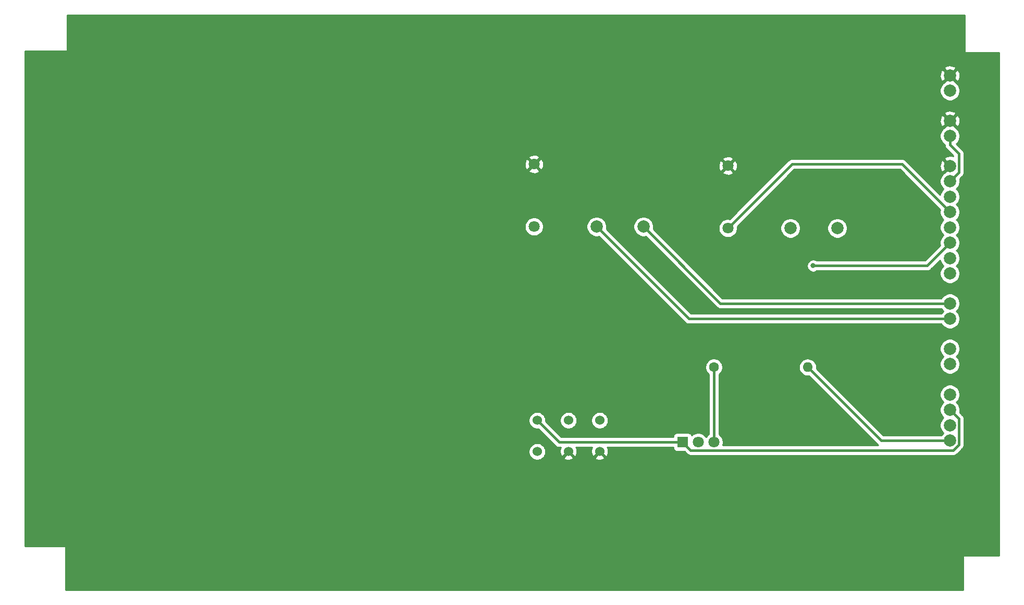
<source format=gbr>
G04 #@! TF.GenerationSoftware,KiCad,Pcbnew,(5.1.4)-1*
G04 #@! TF.CreationDate,2019-09-08T23:28:34+01:00*
G04 #@! TF.ProjectId,orionBoard,6f72696f-6e42-46f6-9172-642e6b696361,rev?*
G04 #@! TF.SameCoordinates,Original*
G04 #@! TF.FileFunction,Copper,L1,Top*
G04 #@! TF.FilePolarity,Positive*
%FSLAX46Y46*%
G04 Gerber Fmt 4.6, Leading zero omitted, Abs format (unit mm)*
G04 Created by KiCad (PCBNEW (5.1.4)-1) date 2019-09-08 23:28:34*
%MOMM*%
%LPD*%
G04 APERTURE LIST*
%ADD10C,1.524000*%
%ADD11C,2.000000*%
%ADD12C,1.600000*%
%ADD13O,1.600000X1.600000*%
%ADD14C,1.800000*%
%ADD15R,1.800000X1.800000*%
%ADD16C,0.800000*%
%ADD17C,0.450000*%
%ADD18C,0.254000*%
G04 APERTURE END LIST*
D10*
X139154000Y-119276000D03*
X144234000Y-119276000D03*
X149314000Y-119276000D03*
X149314000Y-114196000D03*
X144234000Y-114196000D03*
X139154000Y-114196000D03*
D11*
X206210000Y-60602000D03*
X206210000Y-58102000D03*
X206210000Y-65468000D03*
X206210000Y-67968000D03*
X206210000Y-90320000D03*
X206210000Y-87820000D03*
X206210000Y-85320000D03*
X206210000Y-82820000D03*
X206210000Y-80320000D03*
X206210000Y-75320000D03*
X206210000Y-72820000D03*
X206210000Y-77820000D03*
X206210000Y-97686000D03*
X206210000Y-95186000D03*
X206210000Y-102552000D03*
X206210000Y-105052000D03*
X206210000Y-117498000D03*
X206210000Y-114998000D03*
X206210000Y-112498000D03*
X206210000Y-109998000D03*
D12*
X167856000Y-105560000D03*
D13*
X183096000Y-105560000D03*
D14*
X167856000Y-117752000D03*
X165316000Y-117752000D03*
D15*
X162776000Y-117752000D03*
D14*
X138646000Y-72540000D03*
X138646000Y-82700000D03*
D11*
X148806000Y-82700000D03*
X156426000Y-82700000D03*
X187922000Y-82954000D03*
X180302000Y-82954000D03*
D14*
X170142000Y-82954000D03*
X170142000Y-72794000D03*
D16*
X183985000Y-89050000D03*
D17*
X163792000Y-97686000D02*
X206210000Y-97686000D01*
X148806000Y-82700000D02*
X163792000Y-97686000D01*
X168912000Y-95186000D02*
X206210000Y-95186000D01*
X168912000Y-95186000D02*
X156426000Y-82700000D01*
X198430000Y-72540000D02*
X206210000Y-80320000D01*
X180556000Y-72540000D02*
X170142000Y-82954000D01*
X198430000Y-72540000D02*
X180556000Y-72540000D01*
X202480000Y-89050000D02*
X206210000Y-85320000D01*
X183985000Y-89050000D02*
X202480000Y-89050000D01*
X142710000Y-117752000D02*
X139154000Y-114196000D01*
X162776000Y-117752000D02*
X142710000Y-117752000D01*
X207209999Y-113497999D02*
X206210000Y-112498000D01*
X207635001Y-113923001D02*
X207209999Y-113497999D01*
X207635001Y-118182001D02*
X207635001Y-113923001D01*
X206740001Y-119077001D02*
X207635001Y-118182001D01*
X164101001Y-119077001D02*
X206740001Y-119077001D01*
X162776000Y-117752000D02*
X164101001Y-119077001D01*
X207209999Y-74320001D02*
X206210000Y-75320000D01*
X207635001Y-73894999D02*
X207209999Y-74320001D01*
X207635001Y-70807214D02*
X207635001Y-73894999D01*
X206210000Y-69382213D02*
X207635001Y-70807214D01*
X206210000Y-67968000D02*
X206210000Y-69382213D01*
X195034000Y-117498000D02*
X206210000Y-117498000D01*
X183096000Y-105560000D02*
X195034000Y-117498000D01*
X167856000Y-106691370D02*
X167856000Y-117752000D01*
X167856000Y-105560000D02*
X167856000Y-106691370D01*
D18*
G36*
X208623000Y-54252000D02*
G01*
X208625440Y-54276776D01*
X208632667Y-54300601D01*
X208644403Y-54322557D01*
X208660197Y-54341803D01*
X208679443Y-54357597D01*
X208701399Y-54369333D01*
X208725224Y-54376560D01*
X208750000Y-54379000D01*
X214211000Y-54379000D01*
X214211000Y-136167000D01*
X208496000Y-136167000D01*
X208471224Y-136169440D01*
X208447399Y-136176667D01*
X208425443Y-136188403D01*
X208406197Y-136204197D01*
X208390403Y-136223443D01*
X208378667Y-136245399D01*
X208371440Y-136269224D01*
X208369000Y-136294000D01*
X208369000Y-141755000D01*
X62573000Y-141755000D01*
X62573000Y-134770000D01*
X62570560Y-134745224D01*
X62563333Y-134721399D01*
X62551597Y-134699443D01*
X62535803Y-134680197D01*
X62516557Y-134664403D01*
X62494601Y-134652667D01*
X62470776Y-134645440D01*
X62446000Y-134643000D01*
X55969000Y-134643000D01*
X55969000Y-119138408D01*
X137757000Y-119138408D01*
X137757000Y-119413592D01*
X137810686Y-119683490D01*
X137915995Y-119937727D01*
X138068880Y-120166535D01*
X138263465Y-120361120D01*
X138492273Y-120514005D01*
X138746510Y-120619314D01*
X139016408Y-120673000D01*
X139291592Y-120673000D01*
X139561490Y-120619314D01*
X139815727Y-120514005D01*
X140044535Y-120361120D01*
X140164090Y-120241565D01*
X143448040Y-120241565D01*
X143515020Y-120481656D01*
X143764048Y-120598756D01*
X144031135Y-120665023D01*
X144306017Y-120677910D01*
X144578133Y-120636922D01*
X144837023Y-120543636D01*
X144952980Y-120481656D01*
X145019960Y-120241565D01*
X148528040Y-120241565D01*
X148595020Y-120481656D01*
X148844048Y-120598756D01*
X149111135Y-120665023D01*
X149386017Y-120677910D01*
X149658133Y-120636922D01*
X149917023Y-120543636D01*
X150032980Y-120481656D01*
X150099960Y-120241565D01*
X149314000Y-119455605D01*
X148528040Y-120241565D01*
X145019960Y-120241565D01*
X144234000Y-119455605D01*
X143448040Y-120241565D01*
X140164090Y-120241565D01*
X140239120Y-120166535D01*
X140392005Y-119937727D01*
X140497314Y-119683490D01*
X140551000Y-119413592D01*
X140551000Y-119138408D01*
X140497314Y-118868510D01*
X140392005Y-118614273D01*
X140239120Y-118385465D01*
X140044535Y-118190880D01*
X139815727Y-118037995D01*
X139561490Y-117932686D01*
X139291592Y-117879000D01*
X139016408Y-117879000D01*
X138746510Y-117932686D01*
X138492273Y-118037995D01*
X138263465Y-118190880D01*
X138068880Y-118385465D01*
X137915995Y-118614273D01*
X137810686Y-118868510D01*
X137757000Y-119138408D01*
X55969000Y-119138408D01*
X55969000Y-114058408D01*
X137757000Y-114058408D01*
X137757000Y-114333592D01*
X137810686Y-114603490D01*
X137915995Y-114857727D01*
X138068880Y-115086535D01*
X138263465Y-115281120D01*
X138492273Y-115434005D01*
X138746510Y-115539314D01*
X139016408Y-115593000D01*
X139291592Y-115593000D01*
X139327612Y-115585835D01*
X142072012Y-118330235D01*
X142098946Y-118363054D01*
X142229898Y-118470524D01*
X142379300Y-118550381D01*
X142465950Y-118576665D01*
X142541409Y-118599556D01*
X142572538Y-118602622D01*
X142667754Y-118612000D01*
X142667760Y-118612000D01*
X142709999Y-118616160D01*
X142752238Y-118612000D01*
X143002491Y-118612000D01*
X142911244Y-118806048D01*
X142844977Y-119073135D01*
X142832090Y-119348017D01*
X142873078Y-119620133D01*
X142966364Y-119879023D01*
X143028344Y-119994980D01*
X143268435Y-120061960D01*
X144054395Y-119276000D01*
X144040253Y-119261858D01*
X144219858Y-119082253D01*
X144234000Y-119096395D01*
X144248143Y-119082253D01*
X144427748Y-119261858D01*
X144413605Y-119276000D01*
X145199565Y-120061960D01*
X145439656Y-119994980D01*
X145556756Y-119745952D01*
X145623023Y-119478865D01*
X145635910Y-119203983D01*
X145594922Y-118931867D01*
X145501636Y-118672977D01*
X145469043Y-118612000D01*
X148082491Y-118612000D01*
X147991244Y-118806048D01*
X147924977Y-119073135D01*
X147912090Y-119348017D01*
X147953078Y-119620133D01*
X148046364Y-119879023D01*
X148108344Y-119994980D01*
X148348435Y-120061960D01*
X149134395Y-119276000D01*
X149120253Y-119261858D01*
X149299858Y-119082253D01*
X149314000Y-119096395D01*
X149328143Y-119082253D01*
X149507748Y-119261858D01*
X149493605Y-119276000D01*
X150279565Y-120061960D01*
X150519656Y-119994980D01*
X150636756Y-119745952D01*
X150703023Y-119478865D01*
X150715910Y-119203983D01*
X150674922Y-118931867D01*
X150581636Y-118672977D01*
X150549043Y-118612000D01*
X161237928Y-118612000D01*
X161237928Y-118652000D01*
X161250188Y-118776482D01*
X161286498Y-118896180D01*
X161345463Y-119006494D01*
X161424815Y-119103185D01*
X161521506Y-119182537D01*
X161631820Y-119241502D01*
X161751518Y-119277812D01*
X161876000Y-119290072D01*
X163097849Y-119290072D01*
X163463013Y-119655236D01*
X163489947Y-119688055D01*
X163620899Y-119795525D01*
X163770301Y-119875382D01*
X163856951Y-119901666D01*
X163932410Y-119924557D01*
X163963539Y-119927623D01*
X164058755Y-119937001D01*
X164058761Y-119937001D01*
X164101000Y-119941161D01*
X164143239Y-119937001D01*
X206697762Y-119937001D01*
X206740001Y-119941161D01*
X206782240Y-119937001D01*
X206782247Y-119937001D01*
X206908590Y-119924557D01*
X207070701Y-119875382D01*
X207220103Y-119795525D01*
X207351055Y-119688055D01*
X207377989Y-119655236D01*
X208213243Y-118819983D01*
X208246055Y-118793055D01*
X208353525Y-118662103D01*
X208433382Y-118512701D01*
X208467640Y-118399766D01*
X208482557Y-118350591D01*
X208487896Y-118296381D01*
X208495001Y-118224247D01*
X208495001Y-118224241D01*
X208499161Y-118182002D01*
X208495001Y-118139763D01*
X208495001Y-113965247D01*
X208499162Y-113923001D01*
X208482557Y-113754411D01*
X208433382Y-113592300D01*
X208402365Y-113534273D01*
X208353525Y-113442899D01*
X208246055Y-113311947D01*
X208213236Y-113285013D01*
X207847988Y-112919765D01*
X207847983Y-112919759D01*
X207802238Y-112874014D01*
X207845000Y-112659033D01*
X207845000Y-112336967D01*
X207782168Y-112021088D01*
X207658918Y-111723537D01*
X207479987Y-111455748D01*
X207272239Y-111248000D01*
X207479987Y-111040252D01*
X207658918Y-110772463D01*
X207782168Y-110474912D01*
X207845000Y-110159033D01*
X207845000Y-109836967D01*
X207782168Y-109521088D01*
X207658918Y-109223537D01*
X207479987Y-108955748D01*
X207252252Y-108728013D01*
X206984463Y-108549082D01*
X206686912Y-108425832D01*
X206371033Y-108363000D01*
X206048967Y-108363000D01*
X205733088Y-108425832D01*
X205435537Y-108549082D01*
X205167748Y-108728013D01*
X204940013Y-108955748D01*
X204761082Y-109223537D01*
X204637832Y-109521088D01*
X204575000Y-109836967D01*
X204575000Y-110159033D01*
X204637832Y-110474912D01*
X204761082Y-110772463D01*
X204940013Y-111040252D01*
X205147761Y-111248000D01*
X204940013Y-111455748D01*
X204761082Y-111723537D01*
X204637832Y-112021088D01*
X204575000Y-112336967D01*
X204575000Y-112659033D01*
X204637832Y-112974912D01*
X204761082Y-113272463D01*
X204940013Y-113540252D01*
X205147761Y-113748000D01*
X204940013Y-113955748D01*
X204761082Y-114223537D01*
X204637832Y-114521088D01*
X204575000Y-114836967D01*
X204575000Y-115159033D01*
X204637832Y-115474912D01*
X204761082Y-115772463D01*
X204940013Y-116040252D01*
X205147761Y-116248000D01*
X204940013Y-116455748D01*
X204818236Y-116638000D01*
X195390224Y-116638000D01*
X184517704Y-105765481D01*
X184537943Y-105560000D01*
X184510236Y-105278691D01*
X184428182Y-105008192D01*
X184294932Y-104758899D01*
X184115608Y-104540392D01*
X183897101Y-104361068D01*
X183647808Y-104227818D01*
X183377309Y-104145764D01*
X183166492Y-104125000D01*
X183025508Y-104125000D01*
X182814691Y-104145764D01*
X182544192Y-104227818D01*
X182294899Y-104361068D01*
X182076392Y-104540392D01*
X181897068Y-104758899D01*
X181763818Y-105008192D01*
X181681764Y-105278691D01*
X181654057Y-105560000D01*
X181681764Y-105841309D01*
X181763818Y-106111808D01*
X181897068Y-106361101D01*
X182076392Y-106579608D01*
X182294899Y-106758932D01*
X182544192Y-106892182D01*
X182814691Y-106974236D01*
X183025508Y-106995000D01*
X183166492Y-106995000D01*
X183301481Y-106981704D01*
X194396017Y-118076241D01*
X194422946Y-118109054D01*
X194553898Y-118216524D01*
X194554790Y-118217001D01*
X169324862Y-118217001D01*
X169332011Y-118199743D01*
X169391000Y-117903184D01*
X169391000Y-117600816D01*
X169332011Y-117304257D01*
X169216299Y-117024905D01*
X169048312Y-116773495D01*
X168834505Y-116559688D01*
X168716000Y-116480505D01*
X168716000Y-106711226D01*
X168770759Y-106674637D01*
X168970637Y-106474759D01*
X169127680Y-106239727D01*
X169235853Y-105978574D01*
X169291000Y-105701335D01*
X169291000Y-105418665D01*
X169235853Y-105141426D01*
X169127680Y-104880273D01*
X168970637Y-104645241D01*
X168770759Y-104445363D01*
X168535727Y-104288320D01*
X168274574Y-104180147D01*
X167997335Y-104125000D01*
X167714665Y-104125000D01*
X167437426Y-104180147D01*
X167176273Y-104288320D01*
X166941241Y-104445363D01*
X166741363Y-104645241D01*
X166584320Y-104880273D01*
X166476147Y-105141426D01*
X166421000Y-105418665D01*
X166421000Y-105701335D01*
X166476147Y-105978574D01*
X166584320Y-106239727D01*
X166741363Y-106474759D01*
X166941241Y-106674637D01*
X166996000Y-106711226D01*
X166996001Y-116480505D01*
X166877495Y-116559688D01*
X166663688Y-116773495D01*
X166586000Y-116889763D01*
X166508312Y-116773495D01*
X166294505Y-116559688D01*
X166043095Y-116391701D01*
X165763743Y-116275989D01*
X165467184Y-116217000D01*
X165164816Y-116217000D01*
X164868257Y-116275989D01*
X164588905Y-116391701D01*
X164337495Y-116559688D01*
X164271056Y-116626127D01*
X164265502Y-116607820D01*
X164206537Y-116497506D01*
X164127185Y-116400815D01*
X164030494Y-116321463D01*
X163920180Y-116262498D01*
X163800482Y-116226188D01*
X163676000Y-116213928D01*
X161876000Y-116213928D01*
X161751518Y-116226188D01*
X161631820Y-116262498D01*
X161521506Y-116321463D01*
X161424815Y-116400815D01*
X161345463Y-116497506D01*
X161286498Y-116607820D01*
X161250188Y-116727518D01*
X161237928Y-116852000D01*
X161237928Y-116892000D01*
X143066223Y-116892000D01*
X140543835Y-114369612D01*
X140551000Y-114333592D01*
X140551000Y-114058408D01*
X142837000Y-114058408D01*
X142837000Y-114333592D01*
X142890686Y-114603490D01*
X142995995Y-114857727D01*
X143148880Y-115086535D01*
X143343465Y-115281120D01*
X143572273Y-115434005D01*
X143826510Y-115539314D01*
X144096408Y-115593000D01*
X144371592Y-115593000D01*
X144641490Y-115539314D01*
X144895727Y-115434005D01*
X145124535Y-115281120D01*
X145319120Y-115086535D01*
X145472005Y-114857727D01*
X145577314Y-114603490D01*
X145631000Y-114333592D01*
X145631000Y-114058408D01*
X147917000Y-114058408D01*
X147917000Y-114333592D01*
X147970686Y-114603490D01*
X148075995Y-114857727D01*
X148228880Y-115086535D01*
X148423465Y-115281120D01*
X148652273Y-115434005D01*
X148906510Y-115539314D01*
X149176408Y-115593000D01*
X149451592Y-115593000D01*
X149721490Y-115539314D01*
X149975727Y-115434005D01*
X150204535Y-115281120D01*
X150399120Y-115086535D01*
X150552005Y-114857727D01*
X150657314Y-114603490D01*
X150711000Y-114333592D01*
X150711000Y-114058408D01*
X150657314Y-113788510D01*
X150552005Y-113534273D01*
X150399120Y-113305465D01*
X150204535Y-113110880D01*
X149975727Y-112957995D01*
X149721490Y-112852686D01*
X149451592Y-112799000D01*
X149176408Y-112799000D01*
X148906510Y-112852686D01*
X148652273Y-112957995D01*
X148423465Y-113110880D01*
X148228880Y-113305465D01*
X148075995Y-113534273D01*
X147970686Y-113788510D01*
X147917000Y-114058408D01*
X145631000Y-114058408D01*
X145577314Y-113788510D01*
X145472005Y-113534273D01*
X145319120Y-113305465D01*
X145124535Y-113110880D01*
X144895727Y-112957995D01*
X144641490Y-112852686D01*
X144371592Y-112799000D01*
X144096408Y-112799000D01*
X143826510Y-112852686D01*
X143572273Y-112957995D01*
X143343465Y-113110880D01*
X143148880Y-113305465D01*
X142995995Y-113534273D01*
X142890686Y-113788510D01*
X142837000Y-114058408D01*
X140551000Y-114058408D01*
X140497314Y-113788510D01*
X140392005Y-113534273D01*
X140239120Y-113305465D01*
X140044535Y-113110880D01*
X139815727Y-112957995D01*
X139561490Y-112852686D01*
X139291592Y-112799000D01*
X139016408Y-112799000D01*
X138746510Y-112852686D01*
X138492273Y-112957995D01*
X138263465Y-113110880D01*
X138068880Y-113305465D01*
X137915995Y-113534273D01*
X137810686Y-113788510D01*
X137757000Y-114058408D01*
X55969000Y-114058408D01*
X55969000Y-102390967D01*
X204575000Y-102390967D01*
X204575000Y-102713033D01*
X204637832Y-103028912D01*
X204761082Y-103326463D01*
X204940013Y-103594252D01*
X205147761Y-103802000D01*
X204940013Y-104009748D01*
X204761082Y-104277537D01*
X204637832Y-104575088D01*
X204575000Y-104890967D01*
X204575000Y-105213033D01*
X204637832Y-105528912D01*
X204761082Y-105826463D01*
X204940013Y-106094252D01*
X205167748Y-106321987D01*
X205435537Y-106500918D01*
X205733088Y-106624168D01*
X206048967Y-106687000D01*
X206371033Y-106687000D01*
X206686912Y-106624168D01*
X206984463Y-106500918D01*
X207252252Y-106321987D01*
X207479987Y-106094252D01*
X207658918Y-105826463D01*
X207782168Y-105528912D01*
X207845000Y-105213033D01*
X207845000Y-104890967D01*
X207782168Y-104575088D01*
X207658918Y-104277537D01*
X207479987Y-104009748D01*
X207272239Y-103802000D01*
X207479987Y-103594252D01*
X207658918Y-103326463D01*
X207782168Y-103028912D01*
X207845000Y-102713033D01*
X207845000Y-102390967D01*
X207782168Y-102075088D01*
X207658918Y-101777537D01*
X207479987Y-101509748D01*
X207252252Y-101282013D01*
X206984463Y-101103082D01*
X206686912Y-100979832D01*
X206371033Y-100917000D01*
X206048967Y-100917000D01*
X205733088Y-100979832D01*
X205435537Y-101103082D01*
X205167748Y-101282013D01*
X204940013Y-101509748D01*
X204761082Y-101777537D01*
X204637832Y-102075088D01*
X204575000Y-102390967D01*
X55969000Y-102390967D01*
X55969000Y-82548816D01*
X137111000Y-82548816D01*
X137111000Y-82851184D01*
X137169989Y-83147743D01*
X137285701Y-83427095D01*
X137453688Y-83678505D01*
X137667495Y-83892312D01*
X137918905Y-84060299D01*
X138198257Y-84176011D01*
X138494816Y-84235000D01*
X138797184Y-84235000D01*
X139093743Y-84176011D01*
X139373095Y-84060299D01*
X139624505Y-83892312D01*
X139838312Y-83678505D01*
X140006299Y-83427095D01*
X140122011Y-83147743D01*
X140181000Y-82851184D01*
X140181000Y-82548816D01*
X140179041Y-82538967D01*
X147171000Y-82538967D01*
X147171000Y-82861033D01*
X147233832Y-83176912D01*
X147357082Y-83474463D01*
X147536013Y-83742252D01*
X147763748Y-83969987D01*
X148031537Y-84148918D01*
X148329088Y-84272168D01*
X148644967Y-84335000D01*
X148967033Y-84335000D01*
X149182015Y-84292238D01*
X163154012Y-98264235D01*
X163180946Y-98297054D01*
X163311898Y-98404524D01*
X163461300Y-98484381D01*
X163547950Y-98510665D01*
X163623409Y-98533556D01*
X163654538Y-98536622D01*
X163749754Y-98546000D01*
X163749760Y-98546000D01*
X163791999Y-98550160D01*
X163834238Y-98546000D01*
X204818236Y-98546000D01*
X204940013Y-98728252D01*
X205167748Y-98955987D01*
X205435537Y-99134918D01*
X205733088Y-99258168D01*
X206048967Y-99321000D01*
X206371033Y-99321000D01*
X206686912Y-99258168D01*
X206984463Y-99134918D01*
X207252252Y-98955987D01*
X207479987Y-98728252D01*
X207658918Y-98460463D01*
X207782168Y-98162912D01*
X207845000Y-97847033D01*
X207845000Y-97524967D01*
X207782168Y-97209088D01*
X207658918Y-96911537D01*
X207479987Y-96643748D01*
X207272239Y-96436000D01*
X207479987Y-96228252D01*
X207658918Y-95960463D01*
X207782168Y-95662912D01*
X207845000Y-95347033D01*
X207845000Y-95024967D01*
X207782168Y-94709088D01*
X207658918Y-94411537D01*
X207479987Y-94143748D01*
X207252252Y-93916013D01*
X206984463Y-93737082D01*
X206686912Y-93613832D01*
X206371033Y-93551000D01*
X206048967Y-93551000D01*
X205733088Y-93613832D01*
X205435537Y-93737082D01*
X205167748Y-93916013D01*
X204940013Y-94143748D01*
X204818236Y-94326000D01*
X169268224Y-94326000D01*
X158018238Y-83076015D01*
X158061000Y-82861033D01*
X158061000Y-82802816D01*
X168607000Y-82802816D01*
X168607000Y-83105184D01*
X168665989Y-83401743D01*
X168781701Y-83681095D01*
X168949688Y-83932505D01*
X169163495Y-84146312D01*
X169414905Y-84314299D01*
X169694257Y-84430011D01*
X169990816Y-84489000D01*
X170293184Y-84489000D01*
X170589743Y-84430011D01*
X170869095Y-84314299D01*
X171120505Y-84146312D01*
X171334312Y-83932505D01*
X171502299Y-83681095D01*
X171618011Y-83401743D01*
X171677000Y-83105184D01*
X171677000Y-82802816D01*
X171675041Y-82792967D01*
X178667000Y-82792967D01*
X178667000Y-83115033D01*
X178729832Y-83430912D01*
X178853082Y-83728463D01*
X179032013Y-83996252D01*
X179259748Y-84223987D01*
X179527537Y-84402918D01*
X179825088Y-84526168D01*
X180140967Y-84589000D01*
X180463033Y-84589000D01*
X180778912Y-84526168D01*
X181076463Y-84402918D01*
X181344252Y-84223987D01*
X181571987Y-83996252D01*
X181750918Y-83728463D01*
X181874168Y-83430912D01*
X181937000Y-83115033D01*
X181937000Y-82792967D01*
X186287000Y-82792967D01*
X186287000Y-83115033D01*
X186349832Y-83430912D01*
X186473082Y-83728463D01*
X186652013Y-83996252D01*
X186879748Y-84223987D01*
X187147537Y-84402918D01*
X187445088Y-84526168D01*
X187760967Y-84589000D01*
X188083033Y-84589000D01*
X188398912Y-84526168D01*
X188696463Y-84402918D01*
X188964252Y-84223987D01*
X189191987Y-83996252D01*
X189370918Y-83728463D01*
X189494168Y-83430912D01*
X189557000Y-83115033D01*
X189557000Y-82792967D01*
X189494168Y-82477088D01*
X189370918Y-82179537D01*
X189191987Y-81911748D01*
X188964252Y-81684013D01*
X188696463Y-81505082D01*
X188398912Y-81381832D01*
X188083033Y-81319000D01*
X187760967Y-81319000D01*
X187445088Y-81381832D01*
X187147537Y-81505082D01*
X186879748Y-81684013D01*
X186652013Y-81911748D01*
X186473082Y-82179537D01*
X186349832Y-82477088D01*
X186287000Y-82792967D01*
X181937000Y-82792967D01*
X181874168Y-82477088D01*
X181750918Y-82179537D01*
X181571987Y-81911748D01*
X181344252Y-81684013D01*
X181076463Y-81505082D01*
X180778912Y-81381832D01*
X180463033Y-81319000D01*
X180140967Y-81319000D01*
X179825088Y-81381832D01*
X179527537Y-81505082D01*
X179259748Y-81684013D01*
X179032013Y-81911748D01*
X178853082Y-82179537D01*
X178729832Y-82477088D01*
X178667000Y-82792967D01*
X171675041Y-82792967D01*
X171649195Y-82663028D01*
X180912224Y-73400000D01*
X198073777Y-73400000D01*
X204617762Y-79943986D01*
X204575000Y-80158967D01*
X204575000Y-80481033D01*
X204637832Y-80796912D01*
X204761082Y-81094463D01*
X204940013Y-81362252D01*
X205147761Y-81570000D01*
X204940013Y-81777748D01*
X204761082Y-82045537D01*
X204637832Y-82343088D01*
X204575000Y-82658967D01*
X204575000Y-82981033D01*
X204637832Y-83296912D01*
X204761082Y-83594463D01*
X204940013Y-83862252D01*
X205147761Y-84070000D01*
X204940013Y-84277748D01*
X204761082Y-84545537D01*
X204637832Y-84843088D01*
X204575000Y-85158967D01*
X204575000Y-85481033D01*
X204617762Y-85696014D01*
X202123777Y-88190000D01*
X184560870Y-88190000D01*
X184475256Y-88132795D01*
X184286898Y-88054774D01*
X184086939Y-88015000D01*
X183883061Y-88015000D01*
X183683102Y-88054774D01*
X183494744Y-88132795D01*
X183325226Y-88246063D01*
X183181063Y-88390226D01*
X183067795Y-88559744D01*
X182989774Y-88748102D01*
X182950000Y-88948061D01*
X182950000Y-89151939D01*
X182989774Y-89351898D01*
X183067795Y-89540256D01*
X183181063Y-89709774D01*
X183325226Y-89853937D01*
X183494744Y-89967205D01*
X183683102Y-90045226D01*
X183883061Y-90085000D01*
X184086939Y-90085000D01*
X184286898Y-90045226D01*
X184475256Y-89967205D01*
X184560870Y-89910000D01*
X202437761Y-89910000D01*
X202480000Y-89914160D01*
X202522239Y-89910000D01*
X202522246Y-89910000D01*
X202648589Y-89897556D01*
X202810700Y-89848381D01*
X202960102Y-89768524D01*
X203091054Y-89661054D01*
X203117988Y-89628235D01*
X204606555Y-88139669D01*
X204637832Y-88296912D01*
X204761082Y-88594463D01*
X204940013Y-88862252D01*
X205147761Y-89070000D01*
X204940013Y-89277748D01*
X204761082Y-89545537D01*
X204637832Y-89843088D01*
X204575000Y-90158967D01*
X204575000Y-90481033D01*
X204637832Y-90796912D01*
X204761082Y-91094463D01*
X204940013Y-91362252D01*
X205167748Y-91589987D01*
X205435537Y-91768918D01*
X205733088Y-91892168D01*
X206048967Y-91955000D01*
X206371033Y-91955000D01*
X206686912Y-91892168D01*
X206984463Y-91768918D01*
X207252252Y-91589987D01*
X207479987Y-91362252D01*
X207658918Y-91094463D01*
X207782168Y-90796912D01*
X207845000Y-90481033D01*
X207845000Y-90158967D01*
X207782168Y-89843088D01*
X207658918Y-89545537D01*
X207479987Y-89277748D01*
X207272239Y-89070000D01*
X207479987Y-88862252D01*
X207658918Y-88594463D01*
X207782168Y-88296912D01*
X207845000Y-87981033D01*
X207845000Y-87658967D01*
X207782168Y-87343088D01*
X207658918Y-87045537D01*
X207479987Y-86777748D01*
X207272239Y-86570000D01*
X207479987Y-86362252D01*
X207658918Y-86094463D01*
X207782168Y-85796912D01*
X207845000Y-85481033D01*
X207845000Y-85158967D01*
X207782168Y-84843088D01*
X207658918Y-84545537D01*
X207479987Y-84277748D01*
X207272239Y-84070000D01*
X207479987Y-83862252D01*
X207658918Y-83594463D01*
X207782168Y-83296912D01*
X207845000Y-82981033D01*
X207845000Y-82658967D01*
X207782168Y-82343088D01*
X207658918Y-82045537D01*
X207479987Y-81777748D01*
X207272239Y-81570000D01*
X207479987Y-81362252D01*
X207658918Y-81094463D01*
X207782168Y-80796912D01*
X207845000Y-80481033D01*
X207845000Y-80158967D01*
X207782168Y-79843088D01*
X207658918Y-79545537D01*
X207479987Y-79277748D01*
X207272239Y-79070000D01*
X207479987Y-78862252D01*
X207658918Y-78594463D01*
X207782168Y-78296912D01*
X207845000Y-77981033D01*
X207845000Y-77658967D01*
X207782168Y-77343088D01*
X207658918Y-77045537D01*
X207479987Y-76777748D01*
X207272239Y-76570000D01*
X207479987Y-76362252D01*
X207658918Y-76094463D01*
X207782168Y-75796912D01*
X207845000Y-75481033D01*
X207845000Y-75158967D01*
X207802238Y-74943986D01*
X207847983Y-74898241D01*
X207847988Y-74898235D01*
X208213236Y-74532987D01*
X208246055Y-74506053D01*
X208353525Y-74375101D01*
X208424050Y-74243158D01*
X208433382Y-74225700D01*
X208482557Y-74063589D01*
X208499162Y-73894999D01*
X208495001Y-73852753D01*
X208495001Y-70849460D01*
X208499162Y-70807214D01*
X208482557Y-70638624D01*
X208433382Y-70476513D01*
X208405565Y-70424473D01*
X208353525Y-70327112D01*
X208246055Y-70196160D01*
X208213243Y-70169232D01*
X207267125Y-69223114D01*
X207479987Y-69010252D01*
X207658918Y-68742463D01*
X207782168Y-68444912D01*
X207845000Y-68129033D01*
X207845000Y-67806967D01*
X207782168Y-67491088D01*
X207658918Y-67193537D01*
X207479987Y-66925748D01*
X207252252Y-66698013D01*
X207155065Y-66633075D01*
X207165808Y-66603413D01*
X206210000Y-65647605D01*
X205254192Y-66603413D01*
X205264935Y-66633075D01*
X205167748Y-66698013D01*
X204940013Y-66925748D01*
X204761082Y-67193537D01*
X204637832Y-67491088D01*
X204575000Y-67806967D01*
X204575000Y-68129033D01*
X204637832Y-68444912D01*
X204761082Y-68742463D01*
X204940013Y-69010252D01*
X205167748Y-69237987D01*
X205348171Y-69358542D01*
X205345840Y-69382213D01*
X205362444Y-69550802D01*
X205411620Y-69712913D01*
X205491477Y-69862315D01*
X205571365Y-69959658D01*
X205598947Y-69993267D01*
X205631760Y-70020196D01*
X206775001Y-71163438D01*
X206775001Y-71277873D01*
X206468892Y-71197616D01*
X206147405Y-71178282D01*
X205828325Y-71222039D01*
X205523912Y-71327205D01*
X205349956Y-71420186D01*
X205254192Y-71684587D01*
X206210000Y-72640395D01*
X206224143Y-72626253D01*
X206403748Y-72805858D01*
X206389605Y-72820000D01*
X206403748Y-72834143D01*
X206224143Y-73013748D01*
X206210000Y-72999605D01*
X205254192Y-73955413D01*
X205264935Y-73985075D01*
X205167748Y-74050013D01*
X204940013Y-74277748D01*
X204761082Y-74545537D01*
X204637832Y-74843088D01*
X204575000Y-75158967D01*
X204575000Y-75481033D01*
X204637832Y-75796912D01*
X204761082Y-76094463D01*
X204940013Y-76362252D01*
X205147761Y-76570000D01*
X204940013Y-76777748D01*
X204761082Y-77045537D01*
X204637832Y-77343088D01*
X204606555Y-77500331D01*
X199988819Y-72882595D01*
X204568282Y-72882595D01*
X204612039Y-73201675D01*
X204717205Y-73506088D01*
X204810186Y-73680044D01*
X205074587Y-73775808D01*
X206030395Y-72820000D01*
X205074587Y-71864192D01*
X204810186Y-71959956D01*
X204669296Y-72249571D01*
X204587616Y-72561108D01*
X204568282Y-72882595D01*
X199988819Y-72882595D01*
X199067988Y-71961765D01*
X199041054Y-71928946D01*
X198910102Y-71821476D01*
X198760700Y-71741619D01*
X198598589Y-71692444D01*
X198472246Y-71680000D01*
X198472239Y-71680000D01*
X198430000Y-71675840D01*
X198387761Y-71680000D01*
X180598238Y-71680000D01*
X180555999Y-71675840D01*
X180513760Y-71680000D01*
X180513754Y-71680000D01*
X180404558Y-71690755D01*
X180387410Y-71692444D01*
X180338235Y-71707361D01*
X180225300Y-71741619D01*
X180075898Y-71821476D01*
X179944946Y-71928946D01*
X179918017Y-71961759D01*
X170432972Y-81446805D01*
X170293184Y-81419000D01*
X169990816Y-81419000D01*
X169694257Y-81477989D01*
X169414905Y-81593701D01*
X169163495Y-81761688D01*
X168949688Y-81975495D01*
X168781701Y-82226905D01*
X168665989Y-82506257D01*
X168607000Y-82802816D01*
X158061000Y-82802816D01*
X158061000Y-82538967D01*
X157998168Y-82223088D01*
X157874918Y-81925537D01*
X157695987Y-81657748D01*
X157468252Y-81430013D01*
X157200463Y-81251082D01*
X156902912Y-81127832D01*
X156587033Y-81065000D01*
X156264967Y-81065000D01*
X155949088Y-81127832D01*
X155651537Y-81251082D01*
X155383748Y-81430013D01*
X155156013Y-81657748D01*
X154977082Y-81925537D01*
X154853832Y-82223088D01*
X154791000Y-82538967D01*
X154791000Y-82861033D01*
X154853832Y-83176912D01*
X154977082Y-83474463D01*
X155156013Y-83742252D01*
X155383748Y-83969987D01*
X155651537Y-84148918D01*
X155949088Y-84272168D01*
X156264967Y-84335000D01*
X156587033Y-84335000D01*
X156802015Y-84292238D01*
X168274017Y-95764241D01*
X168300946Y-95797054D01*
X168431898Y-95904524D01*
X168529259Y-95956564D01*
X168581299Y-95984381D01*
X168743410Y-96033556D01*
X168912000Y-96050161D01*
X168954246Y-96046000D01*
X204818236Y-96046000D01*
X204940013Y-96228252D01*
X205147761Y-96436000D01*
X204940013Y-96643748D01*
X204818236Y-96826000D01*
X164148223Y-96826000D01*
X150398238Y-83076015D01*
X150441000Y-82861033D01*
X150441000Y-82538967D01*
X150378168Y-82223088D01*
X150254918Y-81925537D01*
X150075987Y-81657748D01*
X149848252Y-81430013D01*
X149580463Y-81251082D01*
X149282912Y-81127832D01*
X148967033Y-81065000D01*
X148644967Y-81065000D01*
X148329088Y-81127832D01*
X148031537Y-81251082D01*
X147763748Y-81430013D01*
X147536013Y-81657748D01*
X147357082Y-81925537D01*
X147233832Y-82223088D01*
X147171000Y-82538967D01*
X140179041Y-82538967D01*
X140122011Y-82252257D01*
X140006299Y-81972905D01*
X139838312Y-81721495D01*
X139624505Y-81507688D01*
X139373095Y-81339701D01*
X139093743Y-81223989D01*
X138797184Y-81165000D01*
X138494816Y-81165000D01*
X138198257Y-81223989D01*
X137918905Y-81339701D01*
X137667495Y-81507688D01*
X137453688Y-81721495D01*
X137285701Y-81972905D01*
X137169989Y-82252257D01*
X137111000Y-82548816D01*
X55969000Y-82548816D01*
X55969000Y-73604080D01*
X137761525Y-73604080D01*
X137845208Y-73858261D01*
X138117775Y-73989158D01*
X138410642Y-74064365D01*
X138712553Y-74080991D01*
X139011907Y-74038397D01*
X139297199Y-73938222D01*
X139446792Y-73858261D01*
X139446851Y-73858080D01*
X169257525Y-73858080D01*
X169341208Y-74112261D01*
X169613775Y-74243158D01*
X169906642Y-74318365D01*
X170208553Y-74334991D01*
X170507907Y-74292397D01*
X170793199Y-74192222D01*
X170942792Y-74112261D01*
X171026475Y-73858080D01*
X170142000Y-72973605D01*
X169257525Y-73858080D01*
X139446851Y-73858080D01*
X139530475Y-73604080D01*
X138646000Y-72719605D01*
X137761525Y-73604080D01*
X55969000Y-73604080D01*
X55969000Y-72606553D01*
X137105009Y-72606553D01*
X137147603Y-72905907D01*
X137247778Y-73191199D01*
X137327739Y-73340792D01*
X137581920Y-73424475D01*
X138466395Y-72540000D01*
X138825605Y-72540000D01*
X139710080Y-73424475D01*
X139964261Y-73340792D01*
X140095158Y-73068225D01*
X140148487Y-72860553D01*
X168601009Y-72860553D01*
X168643603Y-73159907D01*
X168743778Y-73445199D01*
X168823739Y-73594792D01*
X169077920Y-73678475D01*
X169962395Y-72794000D01*
X170321605Y-72794000D01*
X171206080Y-73678475D01*
X171460261Y-73594792D01*
X171591158Y-73322225D01*
X171666365Y-73029358D01*
X171682991Y-72727447D01*
X171640397Y-72428093D01*
X171540222Y-72142801D01*
X171460261Y-71993208D01*
X171206080Y-71909525D01*
X170321605Y-72794000D01*
X169962395Y-72794000D01*
X169077920Y-71909525D01*
X168823739Y-71993208D01*
X168692842Y-72265775D01*
X168617635Y-72558642D01*
X168601009Y-72860553D01*
X140148487Y-72860553D01*
X140170365Y-72775358D01*
X140186991Y-72473447D01*
X140144397Y-72174093D01*
X140044222Y-71888801D01*
X139964261Y-71739208D01*
X139936050Y-71729920D01*
X169257525Y-71729920D01*
X170142000Y-72614395D01*
X171026475Y-71729920D01*
X170942792Y-71475739D01*
X170670225Y-71344842D01*
X170377358Y-71269635D01*
X170075447Y-71253009D01*
X169776093Y-71295603D01*
X169490801Y-71395778D01*
X169341208Y-71475739D01*
X169257525Y-71729920D01*
X139936050Y-71729920D01*
X139710080Y-71655525D01*
X138825605Y-72540000D01*
X138466395Y-72540000D01*
X137581920Y-71655525D01*
X137327739Y-71739208D01*
X137196842Y-72011775D01*
X137121635Y-72304642D01*
X137105009Y-72606553D01*
X55969000Y-72606553D01*
X55969000Y-71475920D01*
X137761525Y-71475920D01*
X138646000Y-72360395D01*
X139530475Y-71475920D01*
X139446792Y-71221739D01*
X139174225Y-71090842D01*
X138881358Y-71015635D01*
X138579447Y-70999009D01*
X138280093Y-71041603D01*
X137994801Y-71141778D01*
X137845208Y-71221739D01*
X137761525Y-71475920D01*
X55969000Y-71475920D01*
X55969000Y-65530595D01*
X204568282Y-65530595D01*
X204612039Y-65849675D01*
X204717205Y-66154088D01*
X204810186Y-66328044D01*
X205074587Y-66423808D01*
X206030395Y-65468000D01*
X206389605Y-65468000D01*
X207345413Y-66423808D01*
X207609814Y-66328044D01*
X207750704Y-66038429D01*
X207832384Y-65726892D01*
X207851718Y-65405405D01*
X207807961Y-65086325D01*
X207702795Y-64781912D01*
X207609814Y-64607956D01*
X207345413Y-64512192D01*
X206389605Y-65468000D01*
X206030395Y-65468000D01*
X205074587Y-64512192D01*
X204810186Y-64607956D01*
X204669296Y-64897571D01*
X204587616Y-65209108D01*
X204568282Y-65530595D01*
X55969000Y-65530595D01*
X55969000Y-64332587D01*
X205254192Y-64332587D01*
X206210000Y-65288395D01*
X207165808Y-64332587D01*
X207070044Y-64068186D01*
X206780429Y-63927296D01*
X206468892Y-63845616D01*
X206147405Y-63826282D01*
X205828325Y-63870039D01*
X205523912Y-63975205D01*
X205349956Y-64068186D01*
X205254192Y-64332587D01*
X55969000Y-64332587D01*
X55969000Y-60440967D01*
X204575000Y-60440967D01*
X204575000Y-60763033D01*
X204637832Y-61078912D01*
X204761082Y-61376463D01*
X204940013Y-61644252D01*
X205167748Y-61871987D01*
X205435537Y-62050918D01*
X205733088Y-62174168D01*
X206048967Y-62237000D01*
X206371033Y-62237000D01*
X206686912Y-62174168D01*
X206984463Y-62050918D01*
X207252252Y-61871987D01*
X207479987Y-61644252D01*
X207658918Y-61376463D01*
X207782168Y-61078912D01*
X207845000Y-60763033D01*
X207845000Y-60440967D01*
X207782168Y-60125088D01*
X207658918Y-59827537D01*
X207479987Y-59559748D01*
X207252252Y-59332013D01*
X207155065Y-59267075D01*
X207165808Y-59237413D01*
X206210000Y-58281605D01*
X205254192Y-59237413D01*
X205264935Y-59267075D01*
X205167748Y-59332013D01*
X204940013Y-59559748D01*
X204761082Y-59827537D01*
X204637832Y-60125088D01*
X204575000Y-60440967D01*
X55969000Y-60440967D01*
X55969000Y-58164595D01*
X204568282Y-58164595D01*
X204612039Y-58483675D01*
X204717205Y-58788088D01*
X204810186Y-58962044D01*
X205074587Y-59057808D01*
X206030395Y-58102000D01*
X206389605Y-58102000D01*
X207345413Y-59057808D01*
X207609814Y-58962044D01*
X207750704Y-58672429D01*
X207832384Y-58360892D01*
X207851718Y-58039405D01*
X207807961Y-57720325D01*
X207702795Y-57415912D01*
X207609814Y-57241956D01*
X207345413Y-57146192D01*
X206389605Y-58102000D01*
X206030395Y-58102000D01*
X205074587Y-57146192D01*
X204810186Y-57241956D01*
X204669296Y-57531571D01*
X204587616Y-57843108D01*
X204568282Y-58164595D01*
X55969000Y-58164595D01*
X55969000Y-56966587D01*
X205254192Y-56966587D01*
X206210000Y-57922395D01*
X207165808Y-56966587D01*
X207070044Y-56702186D01*
X206780429Y-56561296D01*
X206468892Y-56479616D01*
X206147405Y-56460282D01*
X205828325Y-56504039D01*
X205523912Y-56609205D01*
X205349956Y-56702186D01*
X205254192Y-56966587D01*
X55969000Y-56966587D01*
X55969000Y-54125000D01*
X62700000Y-54125000D01*
X62724776Y-54122560D01*
X62748601Y-54115333D01*
X62770557Y-54103597D01*
X62789803Y-54087803D01*
X62805597Y-54068557D01*
X62817333Y-54046601D01*
X62824560Y-54022776D01*
X62827000Y-53998000D01*
X62827000Y-48283000D01*
X208623000Y-48283000D01*
X208623000Y-54252000D01*
X208623000Y-54252000D01*
G37*
X208623000Y-54252000D02*
X208625440Y-54276776D01*
X208632667Y-54300601D01*
X208644403Y-54322557D01*
X208660197Y-54341803D01*
X208679443Y-54357597D01*
X208701399Y-54369333D01*
X208725224Y-54376560D01*
X208750000Y-54379000D01*
X214211000Y-54379000D01*
X214211000Y-136167000D01*
X208496000Y-136167000D01*
X208471224Y-136169440D01*
X208447399Y-136176667D01*
X208425443Y-136188403D01*
X208406197Y-136204197D01*
X208390403Y-136223443D01*
X208378667Y-136245399D01*
X208371440Y-136269224D01*
X208369000Y-136294000D01*
X208369000Y-141755000D01*
X62573000Y-141755000D01*
X62573000Y-134770000D01*
X62570560Y-134745224D01*
X62563333Y-134721399D01*
X62551597Y-134699443D01*
X62535803Y-134680197D01*
X62516557Y-134664403D01*
X62494601Y-134652667D01*
X62470776Y-134645440D01*
X62446000Y-134643000D01*
X55969000Y-134643000D01*
X55969000Y-119138408D01*
X137757000Y-119138408D01*
X137757000Y-119413592D01*
X137810686Y-119683490D01*
X137915995Y-119937727D01*
X138068880Y-120166535D01*
X138263465Y-120361120D01*
X138492273Y-120514005D01*
X138746510Y-120619314D01*
X139016408Y-120673000D01*
X139291592Y-120673000D01*
X139561490Y-120619314D01*
X139815727Y-120514005D01*
X140044535Y-120361120D01*
X140164090Y-120241565D01*
X143448040Y-120241565D01*
X143515020Y-120481656D01*
X143764048Y-120598756D01*
X144031135Y-120665023D01*
X144306017Y-120677910D01*
X144578133Y-120636922D01*
X144837023Y-120543636D01*
X144952980Y-120481656D01*
X145019960Y-120241565D01*
X148528040Y-120241565D01*
X148595020Y-120481656D01*
X148844048Y-120598756D01*
X149111135Y-120665023D01*
X149386017Y-120677910D01*
X149658133Y-120636922D01*
X149917023Y-120543636D01*
X150032980Y-120481656D01*
X150099960Y-120241565D01*
X149314000Y-119455605D01*
X148528040Y-120241565D01*
X145019960Y-120241565D01*
X144234000Y-119455605D01*
X143448040Y-120241565D01*
X140164090Y-120241565D01*
X140239120Y-120166535D01*
X140392005Y-119937727D01*
X140497314Y-119683490D01*
X140551000Y-119413592D01*
X140551000Y-119138408D01*
X140497314Y-118868510D01*
X140392005Y-118614273D01*
X140239120Y-118385465D01*
X140044535Y-118190880D01*
X139815727Y-118037995D01*
X139561490Y-117932686D01*
X139291592Y-117879000D01*
X139016408Y-117879000D01*
X138746510Y-117932686D01*
X138492273Y-118037995D01*
X138263465Y-118190880D01*
X138068880Y-118385465D01*
X137915995Y-118614273D01*
X137810686Y-118868510D01*
X137757000Y-119138408D01*
X55969000Y-119138408D01*
X55969000Y-114058408D01*
X137757000Y-114058408D01*
X137757000Y-114333592D01*
X137810686Y-114603490D01*
X137915995Y-114857727D01*
X138068880Y-115086535D01*
X138263465Y-115281120D01*
X138492273Y-115434005D01*
X138746510Y-115539314D01*
X139016408Y-115593000D01*
X139291592Y-115593000D01*
X139327612Y-115585835D01*
X142072012Y-118330235D01*
X142098946Y-118363054D01*
X142229898Y-118470524D01*
X142379300Y-118550381D01*
X142465950Y-118576665D01*
X142541409Y-118599556D01*
X142572538Y-118602622D01*
X142667754Y-118612000D01*
X142667760Y-118612000D01*
X142709999Y-118616160D01*
X142752238Y-118612000D01*
X143002491Y-118612000D01*
X142911244Y-118806048D01*
X142844977Y-119073135D01*
X142832090Y-119348017D01*
X142873078Y-119620133D01*
X142966364Y-119879023D01*
X143028344Y-119994980D01*
X143268435Y-120061960D01*
X144054395Y-119276000D01*
X144040253Y-119261858D01*
X144219858Y-119082253D01*
X144234000Y-119096395D01*
X144248143Y-119082253D01*
X144427748Y-119261858D01*
X144413605Y-119276000D01*
X145199565Y-120061960D01*
X145439656Y-119994980D01*
X145556756Y-119745952D01*
X145623023Y-119478865D01*
X145635910Y-119203983D01*
X145594922Y-118931867D01*
X145501636Y-118672977D01*
X145469043Y-118612000D01*
X148082491Y-118612000D01*
X147991244Y-118806048D01*
X147924977Y-119073135D01*
X147912090Y-119348017D01*
X147953078Y-119620133D01*
X148046364Y-119879023D01*
X148108344Y-119994980D01*
X148348435Y-120061960D01*
X149134395Y-119276000D01*
X149120253Y-119261858D01*
X149299858Y-119082253D01*
X149314000Y-119096395D01*
X149328143Y-119082253D01*
X149507748Y-119261858D01*
X149493605Y-119276000D01*
X150279565Y-120061960D01*
X150519656Y-119994980D01*
X150636756Y-119745952D01*
X150703023Y-119478865D01*
X150715910Y-119203983D01*
X150674922Y-118931867D01*
X150581636Y-118672977D01*
X150549043Y-118612000D01*
X161237928Y-118612000D01*
X161237928Y-118652000D01*
X161250188Y-118776482D01*
X161286498Y-118896180D01*
X161345463Y-119006494D01*
X161424815Y-119103185D01*
X161521506Y-119182537D01*
X161631820Y-119241502D01*
X161751518Y-119277812D01*
X161876000Y-119290072D01*
X163097849Y-119290072D01*
X163463013Y-119655236D01*
X163489947Y-119688055D01*
X163620899Y-119795525D01*
X163770301Y-119875382D01*
X163856951Y-119901666D01*
X163932410Y-119924557D01*
X163963539Y-119927623D01*
X164058755Y-119937001D01*
X164058761Y-119937001D01*
X164101000Y-119941161D01*
X164143239Y-119937001D01*
X206697762Y-119937001D01*
X206740001Y-119941161D01*
X206782240Y-119937001D01*
X206782247Y-119937001D01*
X206908590Y-119924557D01*
X207070701Y-119875382D01*
X207220103Y-119795525D01*
X207351055Y-119688055D01*
X207377989Y-119655236D01*
X208213243Y-118819983D01*
X208246055Y-118793055D01*
X208353525Y-118662103D01*
X208433382Y-118512701D01*
X208467640Y-118399766D01*
X208482557Y-118350591D01*
X208487896Y-118296381D01*
X208495001Y-118224247D01*
X208495001Y-118224241D01*
X208499161Y-118182002D01*
X208495001Y-118139763D01*
X208495001Y-113965247D01*
X208499162Y-113923001D01*
X208482557Y-113754411D01*
X208433382Y-113592300D01*
X208402365Y-113534273D01*
X208353525Y-113442899D01*
X208246055Y-113311947D01*
X208213236Y-113285013D01*
X207847988Y-112919765D01*
X207847983Y-112919759D01*
X207802238Y-112874014D01*
X207845000Y-112659033D01*
X207845000Y-112336967D01*
X207782168Y-112021088D01*
X207658918Y-111723537D01*
X207479987Y-111455748D01*
X207272239Y-111248000D01*
X207479987Y-111040252D01*
X207658918Y-110772463D01*
X207782168Y-110474912D01*
X207845000Y-110159033D01*
X207845000Y-109836967D01*
X207782168Y-109521088D01*
X207658918Y-109223537D01*
X207479987Y-108955748D01*
X207252252Y-108728013D01*
X206984463Y-108549082D01*
X206686912Y-108425832D01*
X206371033Y-108363000D01*
X206048967Y-108363000D01*
X205733088Y-108425832D01*
X205435537Y-108549082D01*
X205167748Y-108728013D01*
X204940013Y-108955748D01*
X204761082Y-109223537D01*
X204637832Y-109521088D01*
X204575000Y-109836967D01*
X204575000Y-110159033D01*
X204637832Y-110474912D01*
X204761082Y-110772463D01*
X204940013Y-111040252D01*
X205147761Y-111248000D01*
X204940013Y-111455748D01*
X204761082Y-111723537D01*
X204637832Y-112021088D01*
X204575000Y-112336967D01*
X204575000Y-112659033D01*
X204637832Y-112974912D01*
X204761082Y-113272463D01*
X204940013Y-113540252D01*
X205147761Y-113748000D01*
X204940013Y-113955748D01*
X204761082Y-114223537D01*
X204637832Y-114521088D01*
X204575000Y-114836967D01*
X204575000Y-115159033D01*
X204637832Y-115474912D01*
X204761082Y-115772463D01*
X204940013Y-116040252D01*
X205147761Y-116248000D01*
X204940013Y-116455748D01*
X204818236Y-116638000D01*
X195390224Y-116638000D01*
X184517704Y-105765481D01*
X184537943Y-105560000D01*
X184510236Y-105278691D01*
X184428182Y-105008192D01*
X184294932Y-104758899D01*
X184115608Y-104540392D01*
X183897101Y-104361068D01*
X183647808Y-104227818D01*
X183377309Y-104145764D01*
X183166492Y-104125000D01*
X183025508Y-104125000D01*
X182814691Y-104145764D01*
X182544192Y-104227818D01*
X182294899Y-104361068D01*
X182076392Y-104540392D01*
X181897068Y-104758899D01*
X181763818Y-105008192D01*
X181681764Y-105278691D01*
X181654057Y-105560000D01*
X181681764Y-105841309D01*
X181763818Y-106111808D01*
X181897068Y-106361101D01*
X182076392Y-106579608D01*
X182294899Y-106758932D01*
X182544192Y-106892182D01*
X182814691Y-106974236D01*
X183025508Y-106995000D01*
X183166492Y-106995000D01*
X183301481Y-106981704D01*
X194396017Y-118076241D01*
X194422946Y-118109054D01*
X194553898Y-118216524D01*
X194554790Y-118217001D01*
X169324862Y-118217001D01*
X169332011Y-118199743D01*
X169391000Y-117903184D01*
X169391000Y-117600816D01*
X169332011Y-117304257D01*
X169216299Y-117024905D01*
X169048312Y-116773495D01*
X168834505Y-116559688D01*
X168716000Y-116480505D01*
X168716000Y-106711226D01*
X168770759Y-106674637D01*
X168970637Y-106474759D01*
X169127680Y-106239727D01*
X169235853Y-105978574D01*
X169291000Y-105701335D01*
X169291000Y-105418665D01*
X169235853Y-105141426D01*
X169127680Y-104880273D01*
X168970637Y-104645241D01*
X168770759Y-104445363D01*
X168535727Y-104288320D01*
X168274574Y-104180147D01*
X167997335Y-104125000D01*
X167714665Y-104125000D01*
X167437426Y-104180147D01*
X167176273Y-104288320D01*
X166941241Y-104445363D01*
X166741363Y-104645241D01*
X166584320Y-104880273D01*
X166476147Y-105141426D01*
X166421000Y-105418665D01*
X166421000Y-105701335D01*
X166476147Y-105978574D01*
X166584320Y-106239727D01*
X166741363Y-106474759D01*
X166941241Y-106674637D01*
X166996000Y-106711226D01*
X166996001Y-116480505D01*
X166877495Y-116559688D01*
X166663688Y-116773495D01*
X166586000Y-116889763D01*
X166508312Y-116773495D01*
X166294505Y-116559688D01*
X166043095Y-116391701D01*
X165763743Y-116275989D01*
X165467184Y-116217000D01*
X165164816Y-116217000D01*
X164868257Y-116275989D01*
X164588905Y-116391701D01*
X164337495Y-116559688D01*
X164271056Y-116626127D01*
X164265502Y-116607820D01*
X164206537Y-116497506D01*
X164127185Y-116400815D01*
X164030494Y-116321463D01*
X163920180Y-116262498D01*
X163800482Y-116226188D01*
X163676000Y-116213928D01*
X161876000Y-116213928D01*
X161751518Y-116226188D01*
X161631820Y-116262498D01*
X161521506Y-116321463D01*
X161424815Y-116400815D01*
X161345463Y-116497506D01*
X161286498Y-116607820D01*
X161250188Y-116727518D01*
X161237928Y-116852000D01*
X161237928Y-116892000D01*
X143066223Y-116892000D01*
X140543835Y-114369612D01*
X140551000Y-114333592D01*
X140551000Y-114058408D01*
X142837000Y-114058408D01*
X142837000Y-114333592D01*
X142890686Y-114603490D01*
X142995995Y-114857727D01*
X143148880Y-115086535D01*
X143343465Y-115281120D01*
X143572273Y-115434005D01*
X143826510Y-115539314D01*
X144096408Y-115593000D01*
X144371592Y-115593000D01*
X144641490Y-115539314D01*
X144895727Y-115434005D01*
X145124535Y-115281120D01*
X145319120Y-115086535D01*
X145472005Y-114857727D01*
X145577314Y-114603490D01*
X145631000Y-114333592D01*
X145631000Y-114058408D01*
X147917000Y-114058408D01*
X147917000Y-114333592D01*
X147970686Y-114603490D01*
X148075995Y-114857727D01*
X148228880Y-115086535D01*
X148423465Y-115281120D01*
X148652273Y-115434005D01*
X148906510Y-115539314D01*
X149176408Y-115593000D01*
X149451592Y-115593000D01*
X149721490Y-115539314D01*
X149975727Y-115434005D01*
X150204535Y-115281120D01*
X150399120Y-115086535D01*
X150552005Y-114857727D01*
X150657314Y-114603490D01*
X150711000Y-114333592D01*
X150711000Y-114058408D01*
X150657314Y-113788510D01*
X150552005Y-113534273D01*
X150399120Y-113305465D01*
X150204535Y-113110880D01*
X149975727Y-112957995D01*
X149721490Y-112852686D01*
X149451592Y-112799000D01*
X149176408Y-112799000D01*
X148906510Y-112852686D01*
X148652273Y-112957995D01*
X148423465Y-113110880D01*
X148228880Y-113305465D01*
X148075995Y-113534273D01*
X147970686Y-113788510D01*
X147917000Y-114058408D01*
X145631000Y-114058408D01*
X145577314Y-113788510D01*
X145472005Y-113534273D01*
X145319120Y-113305465D01*
X145124535Y-113110880D01*
X144895727Y-112957995D01*
X144641490Y-112852686D01*
X144371592Y-112799000D01*
X144096408Y-112799000D01*
X143826510Y-112852686D01*
X143572273Y-112957995D01*
X143343465Y-113110880D01*
X143148880Y-113305465D01*
X142995995Y-113534273D01*
X142890686Y-113788510D01*
X142837000Y-114058408D01*
X140551000Y-114058408D01*
X140497314Y-113788510D01*
X140392005Y-113534273D01*
X140239120Y-113305465D01*
X140044535Y-113110880D01*
X139815727Y-112957995D01*
X139561490Y-112852686D01*
X139291592Y-112799000D01*
X139016408Y-112799000D01*
X138746510Y-112852686D01*
X138492273Y-112957995D01*
X138263465Y-113110880D01*
X138068880Y-113305465D01*
X137915995Y-113534273D01*
X137810686Y-113788510D01*
X137757000Y-114058408D01*
X55969000Y-114058408D01*
X55969000Y-102390967D01*
X204575000Y-102390967D01*
X204575000Y-102713033D01*
X204637832Y-103028912D01*
X204761082Y-103326463D01*
X204940013Y-103594252D01*
X205147761Y-103802000D01*
X204940013Y-104009748D01*
X204761082Y-104277537D01*
X204637832Y-104575088D01*
X204575000Y-104890967D01*
X204575000Y-105213033D01*
X204637832Y-105528912D01*
X204761082Y-105826463D01*
X204940013Y-106094252D01*
X205167748Y-106321987D01*
X205435537Y-106500918D01*
X205733088Y-106624168D01*
X206048967Y-106687000D01*
X206371033Y-106687000D01*
X206686912Y-106624168D01*
X206984463Y-106500918D01*
X207252252Y-106321987D01*
X207479987Y-106094252D01*
X207658918Y-105826463D01*
X207782168Y-105528912D01*
X207845000Y-105213033D01*
X207845000Y-104890967D01*
X207782168Y-104575088D01*
X207658918Y-104277537D01*
X207479987Y-104009748D01*
X207272239Y-103802000D01*
X207479987Y-103594252D01*
X207658918Y-103326463D01*
X207782168Y-103028912D01*
X207845000Y-102713033D01*
X207845000Y-102390967D01*
X207782168Y-102075088D01*
X207658918Y-101777537D01*
X207479987Y-101509748D01*
X207252252Y-101282013D01*
X206984463Y-101103082D01*
X206686912Y-100979832D01*
X206371033Y-100917000D01*
X206048967Y-100917000D01*
X205733088Y-100979832D01*
X205435537Y-101103082D01*
X205167748Y-101282013D01*
X204940013Y-101509748D01*
X204761082Y-101777537D01*
X204637832Y-102075088D01*
X204575000Y-102390967D01*
X55969000Y-102390967D01*
X55969000Y-82548816D01*
X137111000Y-82548816D01*
X137111000Y-82851184D01*
X137169989Y-83147743D01*
X137285701Y-83427095D01*
X137453688Y-83678505D01*
X137667495Y-83892312D01*
X137918905Y-84060299D01*
X138198257Y-84176011D01*
X138494816Y-84235000D01*
X138797184Y-84235000D01*
X139093743Y-84176011D01*
X139373095Y-84060299D01*
X139624505Y-83892312D01*
X139838312Y-83678505D01*
X140006299Y-83427095D01*
X140122011Y-83147743D01*
X140181000Y-82851184D01*
X140181000Y-82548816D01*
X140179041Y-82538967D01*
X147171000Y-82538967D01*
X147171000Y-82861033D01*
X147233832Y-83176912D01*
X147357082Y-83474463D01*
X147536013Y-83742252D01*
X147763748Y-83969987D01*
X148031537Y-84148918D01*
X148329088Y-84272168D01*
X148644967Y-84335000D01*
X148967033Y-84335000D01*
X149182015Y-84292238D01*
X163154012Y-98264235D01*
X163180946Y-98297054D01*
X163311898Y-98404524D01*
X163461300Y-98484381D01*
X163547950Y-98510665D01*
X163623409Y-98533556D01*
X163654538Y-98536622D01*
X163749754Y-98546000D01*
X163749760Y-98546000D01*
X163791999Y-98550160D01*
X163834238Y-98546000D01*
X204818236Y-98546000D01*
X204940013Y-98728252D01*
X205167748Y-98955987D01*
X205435537Y-99134918D01*
X205733088Y-99258168D01*
X206048967Y-99321000D01*
X206371033Y-99321000D01*
X206686912Y-99258168D01*
X206984463Y-99134918D01*
X207252252Y-98955987D01*
X207479987Y-98728252D01*
X207658918Y-98460463D01*
X207782168Y-98162912D01*
X207845000Y-97847033D01*
X207845000Y-97524967D01*
X207782168Y-97209088D01*
X207658918Y-96911537D01*
X207479987Y-96643748D01*
X207272239Y-96436000D01*
X207479987Y-96228252D01*
X207658918Y-95960463D01*
X207782168Y-95662912D01*
X207845000Y-95347033D01*
X207845000Y-95024967D01*
X207782168Y-94709088D01*
X207658918Y-94411537D01*
X207479987Y-94143748D01*
X207252252Y-93916013D01*
X206984463Y-93737082D01*
X206686912Y-93613832D01*
X206371033Y-93551000D01*
X206048967Y-93551000D01*
X205733088Y-93613832D01*
X205435537Y-93737082D01*
X205167748Y-93916013D01*
X204940013Y-94143748D01*
X204818236Y-94326000D01*
X169268224Y-94326000D01*
X158018238Y-83076015D01*
X158061000Y-82861033D01*
X158061000Y-82802816D01*
X168607000Y-82802816D01*
X168607000Y-83105184D01*
X168665989Y-83401743D01*
X168781701Y-83681095D01*
X168949688Y-83932505D01*
X169163495Y-84146312D01*
X169414905Y-84314299D01*
X169694257Y-84430011D01*
X169990816Y-84489000D01*
X170293184Y-84489000D01*
X170589743Y-84430011D01*
X170869095Y-84314299D01*
X171120505Y-84146312D01*
X171334312Y-83932505D01*
X171502299Y-83681095D01*
X171618011Y-83401743D01*
X171677000Y-83105184D01*
X171677000Y-82802816D01*
X171675041Y-82792967D01*
X178667000Y-82792967D01*
X178667000Y-83115033D01*
X178729832Y-83430912D01*
X178853082Y-83728463D01*
X179032013Y-83996252D01*
X179259748Y-84223987D01*
X179527537Y-84402918D01*
X179825088Y-84526168D01*
X180140967Y-84589000D01*
X180463033Y-84589000D01*
X180778912Y-84526168D01*
X181076463Y-84402918D01*
X181344252Y-84223987D01*
X181571987Y-83996252D01*
X181750918Y-83728463D01*
X181874168Y-83430912D01*
X181937000Y-83115033D01*
X181937000Y-82792967D01*
X186287000Y-82792967D01*
X186287000Y-83115033D01*
X186349832Y-83430912D01*
X186473082Y-83728463D01*
X186652013Y-83996252D01*
X186879748Y-84223987D01*
X187147537Y-84402918D01*
X187445088Y-84526168D01*
X187760967Y-84589000D01*
X188083033Y-84589000D01*
X188398912Y-84526168D01*
X188696463Y-84402918D01*
X188964252Y-84223987D01*
X189191987Y-83996252D01*
X189370918Y-83728463D01*
X189494168Y-83430912D01*
X189557000Y-83115033D01*
X189557000Y-82792967D01*
X189494168Y-82477088D01*
X189370918Y-82179537D01*
X189191987Y-81911748D01*
X188964252Y-81684013D01*
X188696463Y-81505082D01*
X188398912Y-81381832D01*
X188083033Y-81319000D01*
X187760967Y-81319000D01*
X187445088Y-81381832D01*
X187147537Y-81505082D01*
X186879748Y-81684013D01*
X186652013Y-81911748D01*
X186473082Y-82179537D01*
X186349832Y-82477088D01*
X186287000Y-82792967D01*
X181937000Y-82792967D01*
X181874168Y-82477088D01*
X181750918Y-82179537D01*
X181571987Y-81911748D01*
X181344252Y-81684013D01*
X181076463Y-81505082D01*
X180778912Y-81381832D01*
X180463033Y-81319000D01*
X180140967Y-81319000D01*
X179825088Y-81381832D01*
X179527537Y-81505082D01*
X179259748Y-81684013D01*
X179032013Y-81911748D01*
X178853082Y-82179537D01*
X178729832Y-82477088D01*
X178667000Y-82792967D01*
X171675041Y-82792967D01*
X171649195Y-82663028D01*
X180912224Y-73400000D01*
X198073777Y-73400000D01*
X204617762Y-79943986D01*
X204575000Y-80158967D01*
X204575000Y-80481033D01*
X204637832Y-80796912D01*
X204761082Y-81094463D01*
X204940013Y-81362252D01*
X205147761Y-81570000D01*
X204940013Y-81777748D01*
X204761082Y-82045537D01*
X204637832Y-82343088D01*
X204575000Y-82658967D01*
X204575000Y-82981033D01*
X204637832Y-83296912D01*
X204761082Y-83594463D01*
X204940013Y-83862252D01*
X205147761Y-84070000D01*
X204940013Y-84277748D01*
X204761082Y-84545537D01*
X204637832Y-84843088D01*
X204575000Y-85158967D01*
X204575000Y-85481033D01*
X204617762Y-85696014D01*
X202123777Y-88190000D01*
X184560870Y-88190000D01*
X184475256Y-88132795D01*
X184286898Y-88054774D01*
X184086939Y-88015000D01*
X183883061Y-88015000D01*
X183683102Y-88054774D01*
X183494744Y-88132795D01*
X183325226Y-88246063D01*
X183181063Y-88390226D01*
X183067795Y-88559744D01*
X182989774Y-88748102D01*
X182950000Y-88948061D01*
X182950000Y-89151939D01*
X182989774Y-89351898D01*
X183067795Y-89540256D01*
X183181063Y-89709774D01*
X183325226Y-89853937D01*
X183494744Y-89967205D01*
X183683102Y-90045226D01*
X183883061Y-90085000D01*
X184086939Y-90085000D01*
X184286898Y-90045226D01*
X184475256Y-89967205D01*
X184560870Y-89910000D01*
X202437761Y-89910000D01*
X202480000Y-89914160D01*
X202522239Y-89910000D01*
X202522246Y-89910000D01*
X202648589Y-89897556D01*
X202810700Y-89848381D01*
X202960102Y-89768524D01*
X203091054Y-89661054D01*
X203117988Y-89628235D01*
X204606555Y-88139669D01*
X204637832Y-88296912D01*
X204761082Y-88594463D01*
X204940013Y-88862252D01*
X205147761Y-89070000D01*
X204940013Y-89277748D01*
X204761082Y-89545537D01*
X204637832Y-89843088D01*
X204575000Y-90158967D01*
X204575000Y-90481033D01*
X204637832Y-90796912D01*
X204761082Y-91094463D01*
X204940013Y-91362252D01*
X205167748Y-91589987D01*
X205435537Y-91768918D01*
X205733088Y-91892168D01*
X206048967Y-91955000D01*
X206371033Y-91955000D01*
X206686912Y-91892168D01*
X206984463Y-91768918D01*
X207252252Y-91589987D01*
X207479987Y-91362252D01*
X207658918Y-91094463D01*
X207782168Y-90796912D01*
X207845000Y-90481033D01*
X207845000Y-90158967D01*
X207782168Y-89843088D01*
X207658918Y-89545537D01*
X207479987Y-89277748D01*
X207272239Y-89070000D01*
X207479987Y-88862252D01*
X207658918Y-88594463D01*
X207782168Y-88296912D01*
X207845000Y-87981033D01*
X207845000Y-87658967D01*
X207782168Y-87343088D01*
X207658918Y-87045537D01*
X207479987Y-86777748D01*
X207272239Y-86570000D01*
X207479987Y-86362252D01*
X207658918Y-86094463D01*
X207782168Y-85796912D01*
X207845000Y-85481033D01*
X207845000Y-85158967D01*
X207782168Y-84843088D01*
X207658918Y-84545537D01*
X207479987Y-84277748D01*
X207272239Y-84070000D01*
X207479987Y-83862252D01*
X207658918Y-83594463D01*
X207782168Y-83296912D01*
X207845000Y-82981033D01*
X207845000Y-82658967D01*
X207782168Y-82343088D01*
X207658918Y-82045537D01*
X207479987Y-81777748D01*
X207272239Y-81570000D01*
X207479987Y-81362252D01*
X207658918Y-81094463D01*
X207782168Y-80796912D01*
X207845000Y-80481033D01*
X207845000Y-80158967D01*
X207782168Y-79843088D01*
X207658918Y-79545537D01*
X207479987Y-79277748D01*
X207272239Y-79070000D01*
X207479987Y-78862252D01*
X207658918Y-78594463D01*
X207782168Y-78296912D01*
X207845000Y-77981033D01*
X207845000Y-77658967D01*
X207782168Y-77343088D01*
X207658918Y-77045537D01*
X207479987Y-76777748D01*
X207272239Y-76570000D01*
X207479987Y-76362252D01*
X207658918Y-76094463D01*
X207782168Y-75796912D01*
X207845000Y-75481033D01*
X207845000Y-75158967D01*
X207802238Y-74943986D01*
X207847983Y-74898241D01*
X207847988Y-74898235D01*
X208213236Y-74532987D01*
X208246055Y-74506053D01*
X208353525Y-74375101D01*
X208424050Y-74243158D01*
X208433382Y-74225700D01*
X208482557Y-74063589D01*
X208499162Y-73894999D01*
X208495001Y-73852753D01*
X208495001Y-70849460D01*
X208499162Y-70807214D01*
X208482557Y-70638624D01*
X208433382Y-70476513D01*
X208405565Y-70424473D01*
X208353525Y-70327112D01*
X208246055Y-70196160D01*
X208213243Y-70169232D01*
X207267125Y-69223114D01*
X207479987Y-69010252D01*
X207658918Y-68742463D01*
X207782168Y-68444912D01*
X207845000Y-68129033D01*
X207845000Y-67806967D01*
X207782168Y-67491088D01*
X207658918Y-67193537D01*
X207479987Y-66925748D01*
X207252252Y-66698013D01*
X207155065Y-66633075D01*
X207165808Y-66603413D01*
X206210000Y-65647605D01*
X205254192Y-66603413D01*
X205264935Y-66633075D01*
X205167748Y-66698013D01*
X204940013Y-66925748D01*
X204761082Y-67193537D01*
X204637832Y-67491088D01*
X204575000Y-67806967D01*
X204575000Y-68129033D01*
X204637832Y-68444912D01*
X204761082Y-68742463D01*
X204940013Y-69010252D01*
X205167748Y-69237987D01*
X205348171Y-69358542D01*
X205345840Y-69382213D01*
X205362444Y-69550802D01*
X205411620Y-69712913D01*
X205491477Y-69862315D01*
X205571365Y-69959658D01*
X205598947Y-69993267D01*
X205631760Y-70020196D01*
X206775001Y-71163438D01*
X206775001Y-71277873D01*
X206468892Y-71197616D01*
X206147405Y-71178282D01*
X205828325Y-71222039D01*
X205523912Y-71327205D01*
X205349956Y-71420186D01*
X205254192Y-71684587D01*
X206210000Y-72640395D01*
X206224143Y-72626253D01*
X206403748Y-72805858D01*
X206389605Y-72820000D01*
X206403748Y-72834143D01*
X206224143Y-73013748D01*
X206210000Y-72999605D01*
X205254192Y-73955413D01*
X205264935Y-73985075D01*
X205167748Y-74050013D01*
X204940013Y-74277748D01*
X204761082Y-74545537D01*
X204637832Y-74843088D01*
X204575000Y-75158967D01*
X204575000Y-75481033D01*
X204637832Y-75796912D01*
X204761082Y-76094463D01*
X204940013Y-76362252D01*
X205147761Y-76570000D01*
X204940013Y-76777748D01*
X204761082Y-77045537D01*
X204637832Y-77343088D01*
X204606555Y-77500331D01*
X199988819Y-72882595D01*
X204568282Y-72882595D01*
X204612039Y-73201675D01*
X204717205Y-73506088D01*
X204810186Y-73680044D01*
X205074587Y-73775808D01*
X206030395Y-72820000D01*
X205074587Y-71864192D01*
X204810186Y-71959956D01*
X204669296Y-72249571D01*
X204587616Y-72561108D01*
X204568282Y-72882595D01*
X199988819Y-72882595D01*
X199067988Y-71961765D01*
X199041054Y-71928946D01*
X198910102Y-71821476D01*
X198760700Y-71741619D01*
X198598589Y-71692444D01*
X198472246Y-71680000D01*
X198472239Y-71680000D01*
X198430000Y-71675840D01*
X198387761Y-71680000D01*
X180598238Y-71680000D01*
X180555999Y-71675840D01*
X180513760Y-71680000D01*
X180513754Y-71680000D01*
X180404558Y-71690755D01*
X180387410Y-71692444D01*
X180338235Y-71707361D01*
X180225300Y-71741619D01*
X180075898Y-71821476D01*
X179944946Y-71928946D01*
X179918017Y-71961759D01*
X170432972Y-81446805D01*
X170293184Y-81419000D01*
X169990816Y-81419000D01*
X169694257Y-81477989D01*
X169414905Y-81593701D01*
X169163495Y-81761688D01*
X168949688Y-81975495D01*
X168781701Y-82226905D01*
X168665989Y-82506257D01*
X168607000Y-82802816D01*
X158061000Y-82802816D01*
X158061000Y-82538967D01*
X157998168Y-82223088D01*
X157874918Y-81925537D01*
X157695987Y-81657748D01*
X157468252Y-81430013D01*
X157200463Y-81251082D01*
X156902912Y-81127832D01*
X156587033Y-81065000D01*
X156264967Y-81065000D01*
X155949088Y-81127832D01*
X155651537Y-81251082D01*
X155383748Y-81430013D01*
X155156013Y-81657748D01*
X154977082Y-81925537D01*
X154853832Y-82223088D01*
X154791000Y-82538967D01*
X154791000Y-82861033D01*
X154853832Y-83176912D01*
X154977082Y-83474463D01*
X155156013Y-83742252D01*
X155383748Y-83969987D01*
X155651537Y-84148918D01*
X155949088Y-84272168D01*
X156264967Y-84335000D01*
X156587033Y-84335000D01*
X156802015Y-84292238D01*
X168274017Y-95764241D01*
X168300946Y-95797054D01*
X168431898Y-95904524D01*
X168529259Y-95956564D01*
X168581299Y-95984381D01*
X168743410Y-96033556D01*
X168912000Y-96050161D01*
X168954246Y-96046000D01*
X204818236Y-96046000D01*
X204940013Y-96228252D01*
X205147761Y-96436000D01*
X204940013Y-96643748D01*
X204818236Y-96826000D01*
X164148223Y-96826000D01*
X150398238Y-83076015D01*
X150441000Y-82861033D01*
X150441000Y-82538967D01*
X150378168Y-82223088D01*
X150254918Y-81925537D01*
X150075987Y-81657748D01*
X149848252Y-81430013D01*
X149580463Y-81251082D01*
X149282912Y-81127832D01*
X148967033Y-81065000D01*
X148644967Y-81065000D01*
X148329088Y-81127832D01*
X148031537Y-81251082D01*
X147763748Y-81430013D01*
X147536013Y-81657748D01*
X147357082Y-81925537D01*
X147233832Y-82223088D01*
X147171000Y-82538967D01*
X140179041Y-82538967D01*
X140122011Y-82252257D01*
X140006299Y-81972905D01*
X139838312Y-81721495D01*
X139624505Y-81507688D01*
X139373095Y-81339701D01*
X139093743Y-81223989D01*
X138797184Y-81165000D01*
X138494816Y-81165000D01*
X138198257Y-81223989D01*
X137918905Y-81339701D01*
X137667495Y-81507688D01*
X137453688Y-81721495D01*
X137285701Y-81972905D01*
X137169989Y-82252257D01*
X137111000Y-82548816D01*
X55969000Y-82548816D01*
X55969000Y-73604080D01*
X137761525Y-73604080D01*
X137845208Y-73858261D01*
X138117775Y-73989158D01*
X138410642Y-74064365D01*
X138712553Y-74080991D01*
X139011907Y-74038397D01*
X139297199Y-73938222D01*
X139446792Y-73858261D01*
X139446851Y-73858080D01*
X169257525Y-73858080D01*
X169341208Y-74112261D01*
X169613775Y-74243158D01*
X169906642Y-74318365D01*
X170208553Y-74334991D01*
X170507907Y-74292397D01*
X170793199Y-74192222D01*
X170942792Y-74112261D01*
X171026475Y-73858080D01*
X170142000Y-72973605D01*
X169257525Y-73858080D01*
X139446851Y-73858080D01*
X139530475Y-73604080D01*
X138646000Y-72719605D01*
X137761525Y-73604080D01*
X55969000Y-73604080D01*
X55969000Y-72606553D01*
X137105009Y-72606553D01*
X137147603Y-72905907D01*
X137247778Y-73191199D01*
X137327739Y-73340792D01*
X137581920Y-73424475D01*
X138466395Y-72540000D01*
X138825605Y-72540000D01*
X139710080Y-73424475D01*
X139964261Y-73340792D01*
X140095158Y-73068225D01*
X140148487Y-72860553D01*
X168601009Y-72860553D01*
X168643603Y-73159907D01*
X168743778Y-73445199D01*
X168823739Y-73594792D01*
X169077920Y-73678475D01*
X169962395Y-72794000D01*
X170321605Y-72794000D01*
X171206080Y-73678475D01*
X171460261Y-73594792D01*
X171591158Y-73322225D01*
X171666365Y-73029358D01*
X171682991Y-72727447D01*
X171640397Y-72428093D01*
X171540222Y-72142801D01*
X171460261Y-71993208D01*
X171206080Y-71909525D01*
X170321605Y-72794000D01*
X169962395Y-72794000D01*
X169077920Y-71909525D01*
X168823739Y-71993208D01*
X168692842Y-72265775D01*
X168617635Y-72558642D01*
X168601009Y-72860553D01*
X140148487Y-72860553D01*
X140170365Y-72775358D01*
X140186991Y-72473447D01*
X140144397Y-72174093D01*
X140044222Y-71888801D01*
X139964261Y-71739208D01*
X139936050Y-71729920D01*
X169257525Y-71729920D01*
X170142000Y-72614395D01*
X171026475Y-71729920D01*
X170942792Y-71475739D01*
X170670225Y-71344842D01*
X170377358Y-71269635D01*
X170075447Y-71253009D01*
X169776093Y-71295603D01*
X169490801Y-71395778D01*
X169341208Y-71475739D01*
X169257525Y-71729920D01*
X139936050Y-71729920D01*
X139710080Y-71655525D01*
X138825605Y-72540000D01*
X138466395Y-72540000D01*
X137581920Y-71655525D01*
X137327739Y-71739208D01*
X137196842Y-72011775D01*
X137121635Y-72304642D01*
X137105009Y-72606553D01*
X55969000Y-72606553D01*
X55969000Y-71475920D01*
X137761525Y-71475920D01*
X138646000Y-72360395D01*
X139530475Y-71475920D01*
X139446792Y-71221739D01*
X139174225Y-71090842D01*
X138881358Y-71015635D01*
X138579447Y-70999009D01*
X138280093Y-71041603D01*
X137994801Y-71141778D01*
X137845208Y-71221739D01*
X137761525Y-71475920D01*
X55969000Y-71475920D01*
X55969000Y-65530595D01*
X204568282Y-65530595D01*
X204612039Y-65849675D01*
X204717205Y-66154088D01*
X204810186Y-66328044D01*
X205074587Y-66423808D01*
X206030395Y-65468000D01*
X206389605Y-65468000D01*
X207345413Y-66423808D01*
X207609814Y-66328044D01*
X207750704Y-66038429D01*
X207832384Y-65726892D01*
X207851718Y-65405405D01*
X207807961Y-65086325D01*
X207702795Y-64781912D01*
X207609814Y-64607956D01*
X207345413Y-64512192D01*
X206389605Y-65468000D01*
X206030395Y-65468000D01*
X205074587Y-64512192D01*
X204810186Y-64607956D01*
X204669296Y-64897571D01*
X204587616Y-65209108D01*
X204568282Y-65530595D01*
X55969000Y-65530595D01*
X55969000Y-64332587D01*
X205254192Y-64332587D01*
X206210000Y-65288395D01*
X207165808Y-64332587D01*
X207070044Y-64068186D01*
X206780429Y-63927296D01*
X206468892Y-63845616D01*
X206147405Y-63826282D01*
X205828325Y-63870039D01*
X205523912Y-63975205D01*
X205349956Y-64068186D01*
X205254192Y-64332587D01*
X55969000Y-64332587D01*
X55969000Y-60440967D01*
X204575000Y-60440967D01*
X204575000Y-60763033D01*
X204637832Y-61078912D01*
X204761082Y-61376463D01*
X204940013Y-61644252D01*
X205167748Y-61871987D01*
X205435537Y-62050918D01*
X205733088Y-62174168D01*
X206048967Y-62237000D01*
X206371033Y-62237000D01*
X206686912Y-62174168D01*
X206984463Y-62050918D01*
X207252252Y-61871987D01*
X207479987Y-61644252D01*
X207658918Y-61376463D01*
X207782168Y-61078912D01*
X207845000Y-60763033D01*
X207845000Y-60440967D01*
X207782168Y-60125088D01*
X207658918Y-59827537D01*
X207479987Y-59559748D01*
X207252252Y-59332013D01*
X207155065Y-59267075D01*
X207165808Y-59237413D01*
X206210000Y-58281605D01*
X205254192Y-59237413D01*
X205264935Y-59267075D01*
X205167748Y-59332013D01*
X204940013Y-59559748D01*
X204761082Y-59827537D01*
X204637832Y-60125088D01*
X204575000Y-60440967D01*
X55969000Y-60440967D01*
X55969000Y-58164595D01*
X204568282Y-58164595D01*
X204612039Y-58483675D01*
X204717205Y-58788088D01*
X204810186Y-58962044D01*
X205074587Y-59057808D01*
X206030395Y-58102000D01*
X206389605Y-58102000D01*
X207345413Y-59057808D01*
X207609814Y-58962044D01*
X207750704Y-58672429D01*
X207832384Y-58360892D01*
X207851718Y-58039405D01*
X207807961Y-57720325D01*
X207702795Y-57415912D01*
X207609814Y-57241956D01*
X207345413Y-57146192D01*
X206389605Y-58102000D01*
X206030395Y-58102000D01*
X205074587Y-57146192D01*
X204810186Y-57241956D01*
X204669296Y-57531571D01*
X204587616Y-57843108D01*
X204568282Y-58164595D01*
X55969000Y-58164595D01*
X55969000Y-56966587D01*
X205254192Y-56966587D01*
X206210000Y-57922395D01*
X207165808Y-56966587D01*
X207070044Y-56702186D01*
X206780429Y-56561296D01*
X206468892Y-56479616D01*
X206147405Y-56460282D01*
X205828325Y-56504039D01*
X205523912Y-56609205D01*
X205349956Y-56702186D01*
X205254192Y-56966587D01*
X55969000Y-56966587D01*
X55969000Y-54125000D01*
X62700000Y-54125000D01*
X62724776Y-54122560D01*
X62748601Y-54115333D01*
X62770557Y-54103597D01*
X62789803Y-54087803D01*
X62805597Y-54068557D01*
X62817333Y-54046601D01*
X62824560Y-54022776D01*
X62827000Y-53998000D01*
X62827000Y-48283000D01*
X208623000Y-48283000D01*
X208623000Y-54252000D01*
M02*

</source>
